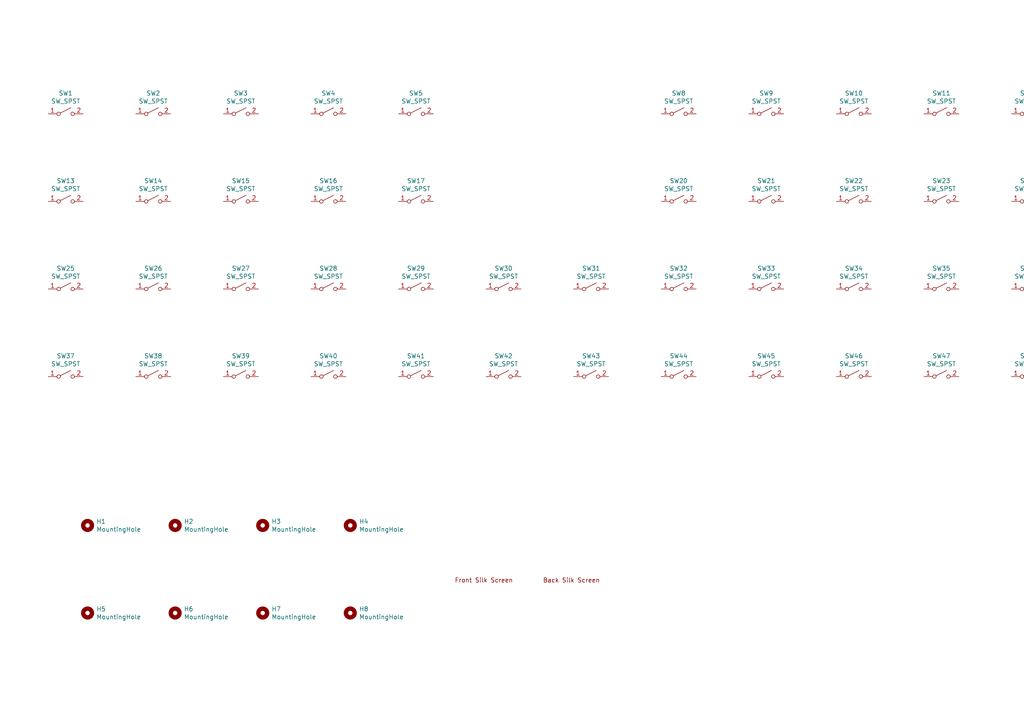
<source format=kicad_sch>
(kicad_sch (version 20210126) (generator eeschema)
  (paper "A4")
  (lib_symbols
    (symbol "General:BackSilk"
      (symbol "BackSilk_0_0"
        (text "Back Silk Screen" (at 0 0 0) (effects (font (size 1.27 1.27))))
      )
    )
    (symbol "General:FrontSilk"
      (symbol "FrontSilk_0_0"
        (text "Front Silk Screen" (at 0 0 0) (effects (font (size 1.27 1.27))))
      )
    )
    (symbol "Mechanical:MountingHole" (pin_names (offset 1.016))
      (property "Reference" "H" (at 0 5.08 0))
      (property "Value" "MountingHole" (at 0 3.175 0))
      (symbol "MountingHole_0_1"
        (circle (center 0 0) (radius 1.27) (stroke (width 1.27)))
      )
    )
    (symbol "Switch:SW_SPST" (pin_names (offset 0) hide)
      (property "Reference" "SW" (at 0 3.175 0))
      (property "Value" "SW_SPST" (at 0 -2.54 0))
      (symbol "SW_SPST_0_0"
        (circle (center -2.032 0) (radius 0.508))
        (circle (center 2.032 0) (radius 0.508))
        (polyline (pts (xy -1.524 0.254) (xy 1.524 1.778)))
      )
      (symbol "SW_SPST_1_1"
        (pin passive line (at -5.08 0 0) (length 2.54) (name "A") (number "1"))
        (pin passive line (at 5.08 0 180) (length 2.54) (name "B") (number "2"))
      )
    )
  )
  (symbol (lib_id "Mechanical:MountingHole") (at 25.4 152.4 0) (unit 1)
    (property "Reference" "H1" (at 27.9401 151.2506 0) (effects (justify left)))
    (property "Value" "MountingHole" (at 27.9401 153.5493 0) (effects (justify left)))
    (property "Footprint" "MountingHole:MountingHole_3.2mm_M3" (effects hide))
  )
  (symbol (lib_id "Mechanical:MountingHole") (at 25.4 177.8 0) (unit 1)
    (property "Reference" "H5" (at 27.9401 176.6506 0) (effects (justify left)))
    (property "Value" "MountingHole" (at 27.9401 178.9493 0) (effects (justify left)))
    (property "Footprint" "MountingHole:MountingHole_3.2mm_M3" (effects hide))
  )
  (symbol (lib_id "Mechanical:MountingHole") (at 50.8 152.4 0) (unit 1)
    (property "Reference" "H2" (at 53.3401 151.2506 0) (effects (justify left)))
    (property "Value" "MountingHole" (at 53.3401 153.5493 0) (effects (justify left)))
    (property "Footprint" "MountingHole:MountingHole_3.2mm_M3" (effects hide))
  )
  (symbol (lib_id "Mechanical:MountingHole") (at 50.8 177.8 0) (unit 1)
    (property "Reference" "H6" (at 53.3401 176.6506 0) (effects (justify left)))
    (property "Value" "MountingHole" (at 53.3401 178.9493 0) (effects (justify left)))
    (property "Footprint" "MountingHole:MountingHole_3.2mm_M3" (effects hide))
  )
  (symbol (lib_id "Mechanical:MountingHole") (at 76.2 152.4 0) (unit 1)
    (property "Reference" "H3" (at 78.7401 151.2506 0) (effects (justify left)))
    (property "Value" "MountingHole" (at 78.7401 153.5493 0) (effects (justify left)))
    (property "Footprint" "MountingHole:MountingHole_3.2mm_M3" (effects hide))
  )
  (symbol (lib_id "Mechanical:MountingHole") (at 76.2 177.8 0) (unit 1)
    (property "Reference" "H7" (at 78.7401 176.6506 0) (effects (justify left)))
    (property "Value" "MountingHole" (at 78.7401 178.9493 0) (effects (justify left)))
    (property "Footprint" "MountingHole:MountingHole_3.2mm_M3" (effects hide))
  )
  (symbol (lib_id "Mechanical:MountingHole") (at 101.6 152.4 0) (unit 1)
    (property "Reference" "H4" (at 104.1401 151.2506 0) (effects (justify left)))
    (property "Value" "MountingHole" (at 104.1401 153.5493 0) (effects (justify left)))
    (property "Footprint" "MountingHole:MountingHole_3.2mm_M3" (effects hide))
  )
  (symbol (lib_id "Mechanical:MountingHole") (at 101.6 177.8 0) (unit 1)
    (property "Reference" "H8" (at 104.1401 176.6506 0) (effects (justify left)))
    (property "Value" "MountingHole" (at 104.1401 178.9493 0) (effects (justify left)))
    (property "Footprint" "MountingHole:MountingHole_3.2mm_M3" (effects hide))
  )
  (symbol (lib_id "General:BackSilk") (at 165.735 168.275 0) (unit 1)
    (property "Reference" "S2" (effects hide))
    (property "Value" "BackSilk" (effects hide))
    (property "Footprint" "MyGraphics:FlowersTemplate" (effects hide))
  )
  (symbol (lib_id "General:FrontSilk") (at 140.335 168.275 0) (unit 1)
    (property "Reference" "S1" (effects hide))
    (property "Value" "FrontSilk" (effects hide))
    (property "Footprint" "MyGraphics:FlowersPlateV2" (effects hide))
  )
  (symbol (lib_id "Switch:SW_SPST") (at 19.05 33.02 0) (unit 1)
    (property "Reference" "SW1" (at 19.05 27.051 0))
    (property "Value" "SW_SPST" (at 19.05 29.3624 0))
    (property "Footprint" "MechSwitchs:MX_Plate_Hole" (effects hide))
  )
  (symbol (lib_id "Switch:SW_SPST") (at 19.05 58.42 0) (unit 1)
    (property "Reference" "SW13" (at 19.05 52.451 0))
    (property "Value" "SW_SPST" (at 19.05 54.7624 0))
    (property "Footprint" "MechSwitchs:MX_Plate_Hole" (effects hide))
  )
  (symbol (lib_id "Switch:SW_SPST") (at 19.05 83.82 0) (unit 1)
    (property "Reference" "SW25" (at 19.05 77.851 0))
    (property "Value" "SW_SPST" (at 19.05 80.1624 0))
    (property "Footprint" "MechSwitchs:MX_Plate_Hole" (effects hide))
  )
  (symbol (lib_id "Switch:SW_SPST") (at 19.05 109.22 0) (unit 1)
    (property "Reference" "SW37" (at 19.05 103.251 0))
    (property "Value" "SW_SPST" (at 19.05 105.5624 0))
    (property "Footprint" "MechSwitchs:MX_Plate_Hole" (effects hide))
  )
  (symbol (lib_id "Switch:SW_SPST") (at 44.45 33.02 0) (unit 1)
    (property "Reference" "SW2" (at 44.45 27.051 0))
    (property "Value" "SW_SPST" (at 44.45 29.3624 0))
    (property "Footprint" "MechSwitchs:MX_Plate_Hole" (effects hide))
  )
  (symbol (lib_id "Switch:SW_SPST") (at 44.45 58.42 0) (unit 1)
    (property "Reference" "SW14" (at 44.45 52.451 0))
    (property "Value" "SW_SPST" (at 44.45 54.7624 0))
    (property "Footprint" "MechSwitchs:MX_Plate_Hole" (effects hide))
  )
  (symbol (lib_id "Switch:SW_SPST") (at 44.45 83.82 0) (unit 1)
    (property "Reference" "SW26" (at 44.45 77.851 0))
    (property "Value" "SW_SPST" (at 44.45 80.1624 0))
    (property "Footprint" "MechSwitchs:MX_Plate_Hole" (effects hide))
  )
  (symbol (lib_id "Switch:SW_SPST") (at 44.45 109.22 0) (unit 1)
    (property "Reference" "SW38" (at 44.45 103.251 0))
    (property "Value" "SW_SPST" (at 44.45 105.5624 0))
    (property "Footprint" "MechSwitchs:MX_Plate_Hole" (effects hide))
  )
  (symbol (lib_id "Switch:SW_SPST") (at 69.85 33.02 0) (unit 1)
    (property "Reference" "SW3" (at 69.85 27.051 0))
    (property "Value" "SW_SPST" (at 69.85 29.3624 0))
    (property "Footprint" "MechSwitchs:MX_Plate_Hole" (effects hide))
  )
  (symbol (lib_id "Switch:SW_SPST") (at 69.85 58.42 0) (unit 1)
    (property "Reference" "SW15" (at 69.85 52.451 0))
    (property "Value" "SW_SPST" (at 69.85 54.7624 0))
    (property "Footprint" "MechSwitchs:MX_Plate_Hole" (effects hide))
  )
  (symbol (lib_id "Switch:SW_SPST") (at 69.85 83.82 0) (unit 1)
    (property "Reference" "SW27" (at 69.85 77.851 0))
    (property "Value" "SW_SPST" (at 69.85 80.1624 0))
    (property "Footprint" "MechSwitchs:MX_Plate_Hole" (effects hide))
  )
  (symbol (lib_id "Switch:SW_SPST") (at 69.85 109.22 0) (unit 1)
    (property "Reference" "SW39" (at 69.85 103.251 0))
    (property "Value" "SW_SPST" (at 69.85 105.5624 0))
    (property "Footprint" "MechSwitchs:MX_Plate_Hole" (effects hide))
  )
  (symbol (lib_id "Switch:SW_SPST") (at 95.25 33.02 0) (unit 1)
    (property "Reference" "SW4" (at 95.25 27.051 0))
    (property "Value" "SW_SPST" (at 95.25 29.3624 0))
    (property "Footprint" "MechSwitchs:MX_Plate_Hole" (effects hide))
  )
  (symbol (lib_id "Switch:SW_SPST") (at 95.25 58.42 0) (unit 1)
    (property "Reference" "SW16" (at 95.25 52.451 0))
    (property "Value" "SW_SPST" (at 95.25 54.7624 0))
    (property "Footprint" "MechSwitchs:MX_Plate_Hole" (effects hide))
  )
  (symbol (lib_id "Switch:SW_SPST") (at 95.25 83.82 0) (unit 1)
    (property "Reference" "SW28" (at 95.25 77.851 0))
    (property "Value" "SW_SPST" (at 95.25 80.1624 0))
    (property "Footprint" "MechSwitchs:MX_Plate_Hole" (effects hide))
  )
  (symbol (lib_id "Switch:SW_SPST") (at 95.25 109.22 0) (unit 1)
    (property "Reference" "SW40" (at 95.25 103.251 0))
    (property "Value" "SW_SPST" (at 95.25 105.5624 0))
    (property "Footprint" "MechSwitchs:MX_Plate_Hole" (effects hide))
  )
  (symbol (lib_id "Switch:SW_SPST") (at 120.65 33.02 0) (unit 1)
    (property "Reference" "SW5" (at 120.65 27.051 0))
    (property "Value" "SW_SPST" (at 120.65 29.3624 0))
    (property "Footprint" "MechSwitchs:MX_Plate_Hole" (effects hide))
  )
  (symbol (lib_id "Switch:SW_SPST") (at 120.65 58.42 0) (unit 1)
    (property "Reference" "SW17" (at 120.65 52.451 0))
    (property "Value" "SW_SPST" (at 120.65 54.7624 0))
    (property "Footprint" "MechSwitchs:MX_Plate_Hole" (effects hide))
  )
  (symbol (lib_id "Switch:SW_SPST") (at 120.65 83.82 0) (unit 1)
    (property "Reference" "SW29" (at 120.65 77.851 0))
    (property "Value" "SW_SPST" (at 120.65 80.1624 0))
    (property "Footprint" "MechSwitchs:MX_Plate_Hole" (effects hide))
  )
  (symbol (lib_id "Switch:SW_SPST") (at 120.65 109.22 0) (unit 1)
    (property "Reference" "SW41" (at 120.65 103.251 0))
    (property "Value" "SW_SPST" (at 120.65 105.5624 0))
    (property "Footprint" "MechSwitchs:MX_Plate_Hole" (effects hide))
  )
  (symbol (lib_id "Switch:SW_SPST") (at 146.05 83.82 0) (unit 1)
    (property "Reference" "SW30" (at 146.05 77.851 0))
    (property "Value" "SW_SPST" (at 146.05 80.1624 0))
    (property "Footprint" "MechSwitchs:MX_Plate_Hole" (effects hide))
  )
  (symbol (lib_id "Switch:SW_SPST") (at 146.05 109.22 0) (unit 1)
    (property "Reference" "SW42" (at 146.05 103.251 0))
    (property "Value" "SW_SPST" (at 146.05 105.5624 0))
    (property "Footprint" "MechSwitchs:MX_Plate_Hole" (effects hide))
  )
  (symbol (lib_id "Switch:SW_SPST") (at 171.45 83.82 0) (unit 1)
    (property "Reference" "SW31" (at 171.45 77.851 0))
    (property "Value" "SW_SPST" (at 171.45 80.1624 0))
    (property "Footprint" "MechSwitchs:MX_Plate_Hole" (effects hide))
  )
  (symbol (lib_id "Switch:SW_SPST") (at 171.45 109.22 0) (unit 1)
    (property "Reference" "SW43" (at 171.45 103.251 0))
    (property "Value" "SW_SPST" (at 171.45 105.5624 0))
    (property "Footprint" "MechSwitchs:MX_Plate_Hole" (effects hide))
  )
  (symbol (lib_id "Switch:SW_SPST") (at 196.85 33.02 0) (unit 1)
    (property "Reference" "SW8" (at 196.85 27.051 0))
    (property "Value" "SW_SPST" (at 196.85 29.3624 0))
    (property "Footprint" "MechSwitchs:MX_Plate_Hole" (effects hide))
  )
  (symbol (lib_id "Switch:SW_SPST") (at 196.85 58.42 0) (unit 1)
    (property "Reference" "SW20" (at 196.85 52.451 0))
    (property "Value" "SW_SPST" (at 196.85 54.7624 0))
    (property "Footprint" "MechSwitchs:MX_Plate_Hole" (effects hide))
  )
  (symbol (lib_id "Switch:SW_SPST") (at 196.85 83.82 0) (unit 1)
    (property "Reference" "SW32" (at 196.85 77.851 0))
    (property "Value" "SW_SPST" (at 196.85 80.1624 0))
    (property "Footprint" "MechSwitchs:MX_Plate_Hole" (effects hide))
  )
  (symbol (lib_id "Switch:SW_SPST") (at 196.85 109.22 0) (unit 1)
    (property "Reference" "SW44" (at 196.85 103.251 0))
    (property "Value" "SW_SPST" (at 196.85 105.5624 0))
    (property "Footprint" "MechSwitchs:MX_Plate_Hole" (effects hide))
  )
  (symbol (lib_id "Switch:SW_SPST") (at 222.25 33.02 0) (unit 1)
    (property "Reference" "SW9" (at 222.25 27.051 0))
    (property "Value" "SW_SPST" (at 222.25 29.3624 0))
    (property "Footprint" "MechSwitchs:MX_Plate_Hole" (effects hide))
  )
  (symbol (lib_id "Switch:SW_SPST") (at 222.25 58.42 0) (unit 1)
    (property "Reference" "SW21" (at 222.25 52.451 0))
    (property "Value" "SW_SPST" (at 222.25 54.7624 0))
    (property "Footprint" "MechSwitchs:MX_Plate_Hole" (effects hide))
  )
  (symbol (lib_id "Switch:SW_SPST") (at 222.25 83.82 0) (unit 1)
    (property "Reference" "SW33" (at 222.25 77.851 0))
    (property "Value" "SW_SPST" (at 222.25 80.1624 0))
    (property "Footprint" "MechSwitchs:MX_Plate_Hole" (effects hide))
  )
  (symbol (lib_id "Switch:SW_SPST") (at 222.25 109.22 0) (unit 1)
    (property "Reference" "SW45" (at 222.25 103.251 0))
    (property "Value" "SW_SPST" (at 222.25 105.5624 0))
    (property "Footprint" "MechSwitchs:MX_Plate_Hole" (effects hide))
  )
  (symbol (lib_id "Switch:SW_SPST") (at 247.65 33.02 0) (unit 1)
    (property "Reference" "SW10" (at 247.65 27.051 0))
    (property "Value" "SW_SPST" (at 247.65 29.3624 0))
    (property "Footprint" "MechSwitchs:MX_Plate_Hole" (effects hide))
  )
  (symbol (lib_id "Switch:SW_SPST") (at 247.65 58.42 0) (unit 1)
    (property "Reference" "SW22" (at 247.65 52.451 0))
    (property "Value" "SW_SPST" (at 247.65 54.7624 0))
    (property "Footprint" "MechSwitchs:MX_Plate_Hole" (effects hide))
  )
  (symbol (lib_id "Switch:SW_SPST") (at 247.65 83.82 0) (unit 1)
    (property "Reference" "SW34" (at 247.65 77.851 0))
    (property "Value" "SW_SPST" (at 247.65 80.1624 0))
    (property "Footprint" "MechSwitchs:MX_Plate_Hole" (effects hide))
  )
  (symbol (lib_id "Switch:SW_SPST") (at 247.65 109.22 0) (unit 1)
    (property "Reference" "SW46" (at 247.65 103.251 0))
    (property "Value" "SW_SPST" (at 247.65 105.5624 0))
    (property "Footprint" "MechSwitchs:MX_Plate_Hole" (effects hide))
  )
  (symbol (lib_id "Switch:SW_SPST") (at 273.05 33.02 0) (unit 1)
    (property "Reference" "SW11" (at 273.05 27.051 0))
    (property "Value" "SW_SPST" (at 273.05 29.3624 0))
    (property "Footprint" "MechSwitchs:MX_Plate_Hole" (effects hide))
  )
  (symbol (lib_id "Switch:SW_SPST") (at 273.05 58.42 0) (unit 1)
    (property "Reference" "SW23" (at 273.05 52.451 0))
    (property "Value" "SW_SPST" (at 273.05 54.7624 0))
    (property "Footprint" "MechSwitchs:MX_Plate_Hole" (effects hide))
  )
  (symbol (lib_id "Switch:SW_SPST") (at 273.05 83.82 0) (unit 1)
    (property "Reference" "SW35" (at 273.05 77.851 0))
    (property "Value" "SW_SPST" (at 273.05 80.1624 0))
    (property "Footprint" "MechSwitchs:MX_Plate_Hole" (effects hide))
  )
  (symbol (lib_id "Switch:SW_SPST") (at 273.05 109.22 0) (unit 1)
    (property "Reference" "SW47" (at 273.05 103.251 0))
    (property "Value" "SW_SPST" (at 273.05 105.5624 0))
    (property "Footprint" "MechSwitchs:MX_Plate_Hole" (effects hide))
  )
  (symbol (lib_id "Switch:SW_SPST") (at 298.45 33.02 0) (unit 1)
    (property "Reference" "SW12" (at 298.45 27.051 0))
    (property "Value" "SW_SPST" (at 298.45 29.3624 0))
    (property "Footprint" "MechSwitchs:MX_Plate_Hole" (effects hide))
  )
  (symbol (lib_id "Switch:SW_SPST") (at 298.45 58.42 0) (unit 1)
    (property "Reference" "SW24" (at 298.45 52.451 0))
    (property "Value" "SW_SPST" (at 298.45 54.7624 0))
    (property "Footprint" "MechSwitchs:MX_Plate_Hole" (effects hide))
  )
  (symbol (lib_id "Switch:SW_SPST") (at 298.45 83.82 0) (unit 1)
    (property "Reference" "SW36" (at 298.45 77.851 0))
    (property "Value" "SW_SPST" (at 298.45 80.1624 0))
    (property "Footprint" "MechSwitchs:MX_Plate_Hole" (effects hide))
  )
  (symbol (lib_id "Switch:SW_SPST") (at 298.45 109.22 0) (unit 1)
    (property "Reference" "SW48" (at 298.45 103.251 0))
    (property "Value" "SW_SPST" (at 298.45 105.5624 0))
    (property "Footprint" "MechSwitchs:MX_Plate_Hole" (effects hide))
  )
)
</source>
